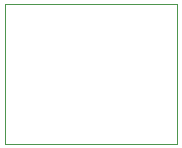
<source format=gbr>
%TF.GenerationSoftware,KiCad,Pcbnew,8.0.1*%
%TF.CreationDate,2025-01-22T20:15:40-07:00*%
%TF.ProjectId,BatterySwitch,42617474-6572-4795-9377-697463682e6b,rev?*%
%TF.SameCoordinates,Original*%
%TF.FileFunction,Profile,NP*%
%FSLAX46Y46*%
G04 Gerber Fmt 4.6, Leading zero omitted, Abs format (unit mm)*
G04 Created by KiCad (PCBNEW 8.0.1) date 2025-01-22 20:15:40*
%MOMM*%
%LPD*%
G01*
G04 APERTURE LIST*
%TA.AperFunction,Profile*%
%ADD10C,0.050000*%
%TD*%
G04 APERTURE END LIST*
D10*
X124120000Y-71820000D02*
X138740000Y-71820000D01*
X138740000Y-83680000D01*
X124120000Y-83680000D01*
X124120000Y-71820000D01*
M02*

</source>
